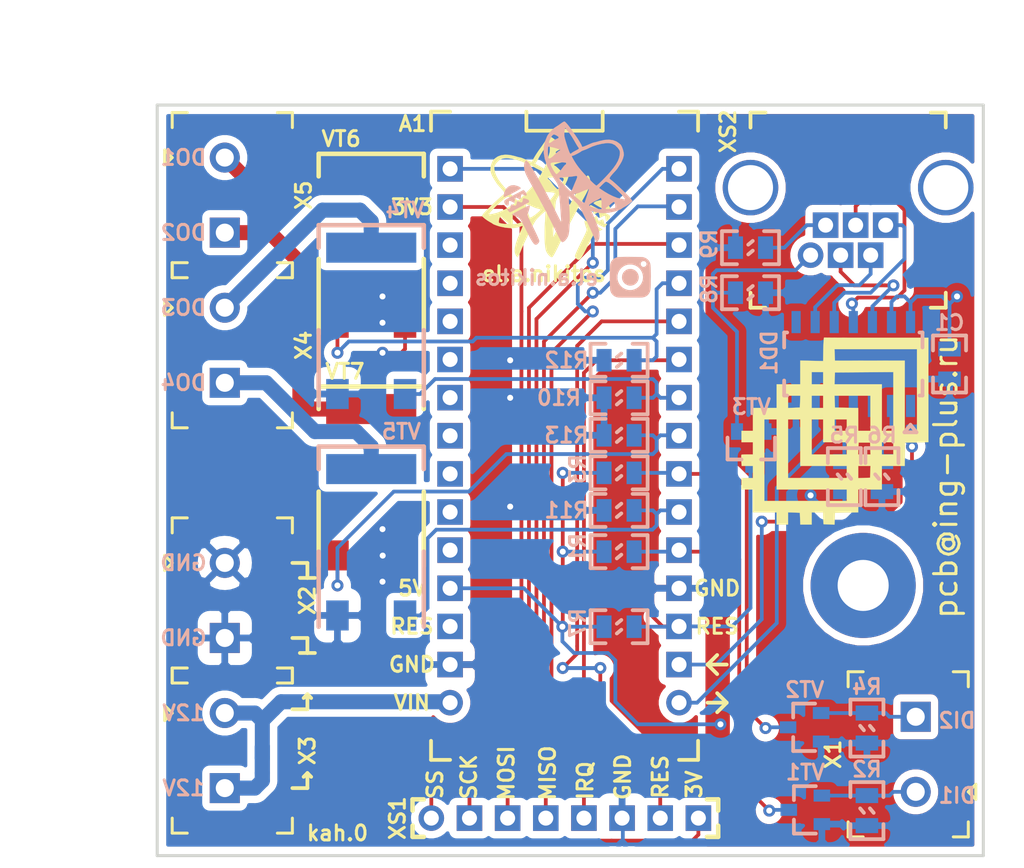
<source format=kicad_pcb>
(kicad_pcb (version 20171130) (host pcbnew "(5.1.2-1)-1")
  (layers (0 F.Cu signal) (31 B.Cu signal) (34 B.Paste user) (35 F.Paste user) (36 B.SilkS user) (37 F.SilkS user) (38 B.Mask user) (39 F.Mask user) (44 Edge.Cuts user))
  (net 0 "")
  (net 1 /TX)
  (net 2 /12V)
  (net 3 /RX)
  (net 4 /GND)
  (net 5 /RES)
  (net 6 "Net-(A1-Pad3)")
  (net 7 /5V)
  (net 8 /D2)
  (net 9 "Net-(A1-Pad5)")
  (net 10 /D3)
  (net 11 "Net-(A1-Pad6)")
  (net 12 /D4)
  (net 13 "Net-(A1-Pad7)")
  (net 14 /D5)
  (net 15 "Net-(A1-Pad8)")
  (net 16 /D6)
  (net 17 "Net-(A1-Pad9)")
  (net 18 /D7_IRQ)
  (net 19 "Net-(A1-Pad10)")
  (net 20 /D8_RES)
  (net 21 "Net-(A1-Pad11)")
  (net 22 /D9)
  (net 23 "Net-(A1-Pad12)")
  (net 24 /D10_SS)
  (net 25 "Net-(A1-Pad13)")
  (net 26 /D11_MOSI)
  (net 27 /3V3)
  (net 28 /D12_MISO)
  (net 29 /D13_SCK)
  (net 30 /RS_Z)
  (net 31 /RS_B)
  (net 32 /RS_A)
  (net 33 /DE)
  (net 34 /nRE)
  (net 35 "Net-(DD1-Pad1)")
  (net 36 /DI1)
  (net 37 /DI2)
  (net 38 /RS_RES)
  (net 39 /RS_GND)
  (net 40 /DOut_1)
  (net 41 /DOut_2)
  (net 42 /DOut_3)
  (net 43 /DOut_4)
  (net 44 /RS_Y)
  (net 45 "Net-(DD1-Pad8)")
  (module N_ICO:instagram_3x3 (layer B.Cu) (at 114.5 51.5 90)
    (fp_text reference G*** hide)
    (fp_text value LOGO hide)
  )
  (module N_ICO:ni_10x10 (layer B.Cu) (at 109.75 45.75 180)
    (fp_text reference G*** hide)
    (fp_text value LOGO hide)
  )
  (module N_A:Arduino_nano (layer F.Cu) (at 102.5 44.25)
    (fp_text reference A1 (at -2.5 -3) (layer F.SilkS) (effects (font (thickness 0.2))))
    (fp_text value модуль_arduino_nano)
    (fp_text user RES (at 17.78 30.48) (layer F.SilkS) (effects (font (thickness 0.2))))
    (fp_text user GND (at 17.78 27.94) (layer F.SilkS) (effects (font (thickness 0.2))))
    (fp_text user GND (at -2.54 33.02) (layer F.SilkS) (effects (font (thickness 0.2))))
    (fp_text user VIN (at -2.54 35.56) (layer F.SilkS) (effects (font (thickness 0.2))))
    (fp_text user RES (at -2.54 30.48) (layer F.SilkS) (effects (font (thickness 0.2))))
    (fp_text user 5V (at -2.54 27.94) (layer F.SilkS) (effects (font (thickness 0.2))))
    (fp_text user 3V3 (at -2.54 2.54) (layer F.SilkS) (effects (font (thickness 0.2))))
    (pad 16 thru_hole circle (at 15.24 35.56) (size 1.7 1.7) (drill 1) (layers *.Cu *.Mask) (net 1 /TX))
    (pad 1 thru_hole circle (at 0 35.56) (size 1.7 1.7) (drill 1) (layers *.Cu *.Mask) (net 2 /12V))
    (pad 17 thru_hole rect (at 15.24 33.02) (size 1.7 1.7) (drill 1) (layers *.Cu *.Mask) (net 3 /RX))
    (pad 2 thru_hole rect (at 0 33.02) (size 1.7 1.7) (drill 1) (layers *.Cu *.Mask) (net 4 /GND))
    (pad 18 thru_hole rect (at 15.24 30.48) (size 1.7 1.7) (drill 1) (layers *.Cu *.Mask) (net 5 /RES))
    (pad 3 thru_hole rect (at 0 30.48) (size 1.7 1.7) (drill 1) (layers *.Cu *.Mask) (net 6 "Net-(A1-Pad3)"))
    (pad 19 thru_hole rect (at 15.24 27.94) (size 1.7 1.7) (drill 1) (layers *.Cu *.Mask) (net 4 /GND))
    (pad 4 thru_hole rect (at 0 27.94) (size 1.7 1.7) (drill 1) (layers *.Cu *.Mask) (net 7 /5V))
    (pad 20 thru_hole rect (at 15.24 25.4) (size 1.7 1.7) (drill 1) (layers *.Cu *.Mask) (net 8 /D2))
    (pad 5 thru_hole rect (at 0 25.4) (size 1.7 1.7) (drill 1) (layers *.Cu *.Mask) (net 9 "Net-(A1-Pad5)"))
    (pad 21 thru_hole rect (at 15.24 22.86) (size 1.7 1.7) (drill 1) (layers *.Cu *.Mask) (net 10 /D3))
    (pad 6 thru_hole rect (at 0 22.86) (size 1.7 1.7) (drill 1) (layers *.Cu *.Mask) (net 11 "Net-(A1-Pad6)"))
    (pad 22 thru_hole rect (at 15.24 20.32) (size 1.7 1.7) (drill 1) (layers *.Cu *.Mask) (net 12 /D4))
    (pad 7 thru_hole rect (at 0 20.32) (size 1.7 1.7) (drill 1) (layers *.Cu *.Mask) (net 13 "Net-(A1-Pad7)"))
    (pad 23 thru_hole rect (at 15.24 17.78) (size 1.7 1.7) (drill 1) (layers *.Cu *.Mask) (net 14 /D5))
    (pad 8 thru_hole rect (at 0 17.78) (size 1.7 1.7) (drill 1) (layers *.Cu *.Mask) (net 15 "Net-(A1-Pad8)"))
    (pad 24 thru_hole rect (at 15.24 15.24) (size 1.7 1.7) (drill 1) (layers *.Cu *.Mask) (net 16 /D6))
    (pad 9 thru_hole rect (at 0 15.24) (size 1.7 1.7) (drill 1) (layers *.Cu *.Mask) (net 17 "Net-(A1-Pad9)"))
    (pad 25 thru_hole rect (at 15.24 12.7) (size 1.7 1.7) (drill 1) (layers *.Cu *.Mask) (net 18 /D7_IRQ))
    (pad 10 thru_hole rect (at 0 12.7) (size 1.7 1.7) (drill 1) (layers *.Cu *.Mask) (net 19 "Net-(A1-Pad10)"))
    (pad 26 thru_hole rect (at 15.24 10.16) (size 1.7 1.7) (drill 1) (layers *.Cu *.Mask) (net 20 /D8_RES))
    (pad 11 thru_hole rect (at 0 10.16) (size 1.7 1.7) (drill 1) (layers *.Cu *.Mask) (net 21 "Net-(A1-Pad11)"))
    (pad 27 thru_hole rect (at 15.24 7.62) (size 1.7 1.7) (drill 1) (layers *.Cu *.Mask) (net 22 /D9))
    (pad 12 thru_hole rect (at 0 7.62) (size 1.7 1.7) (drill 1) (layers *.Cu *.Mask) (net 23 "Net-(A1-Pad12)"))
    (pad 28 thru_hole rect (at 15.24 5.08) (size 1.7 1.7) (drill 1) (layers *.Cu *.Mask) (net 24 /D10_SS))
    (pad 13 thru_hole rect (at 0 5.08) (size 1.7 1.7) (drill 1) (layers *.Cu *.Mask) (net 25 "Net-(A1-Pad13)"))
    (pad 29 thru_hole rect (at 15.24 2.54) (size 1.7 1.7) (drill 1) (layers *.Cu *.Mask) (net 26 /D11_MOSI))
    (pad 14 thru_hole rect (at 0 2.54) (size 1.7 1.7) (drill 1) (layers *.Cu *.Mask) (net 27 /3V3))
    (pad 30 thru_hole rect (at 15.24 0) (size 1.7 1.7) (drill 1) (layers *.Cu *.Mask) (net 28 /D12_MISO))
    (pad 15 thru_hole rect (at 0 0) (size 1.7 1.7) (drill 1) (layers *.Cu *.Mask) (net 29 /D13_SCK))
  )
  (module N_X:Отверстие_М3 (layer F.Cu) (at 130 72)
    (fp_text reference M3 hide)
    (fp_text value Отверстие_М3)
    (pad "" thru_hole circle (at 0 0) (size 7 7) (drill 3.4) (layers *.Cu *.Paste *.Mask))
  )
  (module N_ICO:ing-plus_13x13 (layer F.Cu) (at 128.25 61.75)
    (fp_text reference G*** hide)
    (fp_text value LOGO hide)
  )
  (module N_ICO:ni_10x10 (layer F.Cu) (at 109.5 46.75)
    (fp_text reference G*** hide)
    (fp_text value LOGO hide)
  )
  (module N_X:Розетка_RJ11_6P6C (layer F.Cu) (at 126.5 50 180)
    (fp_text reference XS2 (at 5.5 8.25 270) (layer F.SilkS) (effects (font (thickness 0.2))))
    (fp_text value Розетка_PBS6)
    (pad 0 thru_hole circle (at -9 4.5 180) (size 3.7 3.7) (drill 3) (layers *.Cu *.Mask))
    (pad 0 thru_hole circle (at 4 4.5 180) (size 3.7 3.7) (drill 3) (layers *.Cu *.Mask))
    (pad 6 thru_hole rect (at -5 2 180) (size 1.7 1.7) (drill 1) (layers *.Cu *.Mask) (net 30 /RS_Z))
    (pad 4 thru_hole rect (at -3 2 180) (size 1.7 1.7) (drill 1) (layers *.Cu *.Mask) (net 31 /RS_B))
    (pad 2 thru_hole rect (at -1 2 180) (size 1.7 1.7) (drill 1) (layers *.Cu *.Mask) (net 39 /RS_GND))
    (pad 3 thru_hole rect (at -2 0 180) (size 1.7 1.7) (drill 1) (layers *.Cu *.Mask) (net 32 /RS_A))
    (pad 5 thru_hole rect (at -4 0 180) (size 1.7 1.7) (drill 1) (layers *.Cu *.Mask) (net 44 /RS_Y))
    (pad 1 thru_hole circle (at 0 0 180) (size 1.7 1.7) (drill 1) (layers *.Cu *.Mask) (net 38 /RS_RES))
  )
  (module N_X:Вилка_PLS8_вертикальная (layer F.Cu) (at 101.25 87.5)
    (fp_text reference XS1 (at -2.25 0 90) (layer F.SilkS) (effects (font (thickness 0.2))))
    (fp_text value Вилка_PLS8)
    (pad 8 thru_hole rect (at 17.78 0) (size 1.7 1.7) (drill 1) (layers *.Cu *.Mask) (net 27 /3V3))
    (pad 7 thru_hole rect (at 15.24 0) (size 1.7 1.7) (drill 1) (layers *.Cu *.Mask) (net 20 /D8_RES))
    (pad 6 thru_hole rect (at 12.7 0) (size 1.7 1.7) (drill 1) (layers *.Cu *.Mask) (net 4 /GND))
    (pad 5 thru_hole rect (at 10.16 0) (size 1.7 1.7) (drill 1) (layers *.Cu *.Mask) (net 18 /D7_IRQ))
    (pad 4 thru_hole rect (at 7.62 0) (size 1.7 1.7) (drill 1) (layers *.Cu *.Mask) (net 28 /D12_MISO))
    (pad 3 thru_hole rect (at 5.08 0) (size 1.7 1.7) (drill 1) (layers *.Cu *.Mask) (net 26 /D11_MOSI))
    (pad 2 thru_hole rect (at 2.54 0) (size 1.7 1.7) (drill 1) (layers *.Cu *.Mask) (net 29 /D13_SCK))
    (pad 1 thru_hole circle (at 0 0) (size 1.7 1.7) (drill 1) (layers *.Cu *.Mask) (net 24 /D10_SS))
  )
  (module N_X:Клеммник_х2_шаг5 (layer F.Cu) (at 87.5 43.5 270)
    (fp_text reference X5 (at 2.5 -5.25 90) (layer F.SilkS) (effects (font (thickness 0.2))))
    (fp_text value Клеммник_х2)
    (pad 2 thru_hole rect (at 5 0 270) (size 2 2) (drill 1.2) (layers *.Cu *.Mask) (net 41 /DOut_2))
    (pad 1 thru_hole circle (at 0 0 270) (size 2 2) (drill 1.2) (layers *.Cu *.Mask) (net 40 /DOut_1))
  )
  (module N_X:Клеммник_х2_шаг5 (layer F.Cu) (at 87.5 53.5 270)
    (fp_text reference X4 (at 2.5 -5.25 90) (layer F.SilkS) (effects (font (thickness 0.2))))
    (fp_text value Клеммник_х2)
    (pad 2 thru_hole rect (at 5 0 270) (size 2 2) (drill 1.2) (layers *.Cu *.Mask) (net 43 /DOut_4))
    (pad 1 thru_hole circle (at 0 0 270) (size 2 2) (drill 1.2) (layers *.Cu *.Mask) (net 42 /DOut_3))
  )
  (module N_X:Клеммник_х2_шаг5 (layer F.Cu) (at 87.5 80.5 270)
    (fp_text reference X3 (at 2.5 -5.5 90) (layer F.SilkS) (effects (font (thickness 0.2))))
    (fp_text value Клеммник_х2)
    (pad 2 thru_hole rect (at 5 0 270) (size 2 2) (drill 1.2) (layers *.Cu *.Mask) (net 2 /12V))
    (pad 1 thru_hole circle (at 0 0 270) (size 2 2) (drill 1.2) (layers *.Cu *.Mask) (net 2 /12V))
  )
  (module N_X:Клеммник_х2_шаг5 (layer F.Cu) (at 87.5 70.5 270)
    (fp_text reference X2 (at 2.5 -5.5 90) (layer F.SilkS) (effects (font (thickness 0.2))))
    (fp_text value Клеммник_х2)
    (pad 2 thru_hole rect (at 5 0 270) (size 2 2) (drill 1.2) (layers *.Cu *.Mask) (net 4 /GND))
    (pad 1 thru_hole circle (at 0 0 270) (size 2 2) (drill 1.2) (layers *.Cu *.Mask) (net 4 /GND))
  )
  (module N_X:Клеммник_х2_шаг5 (layer F.Cu) (at 133.5 85.75 90)
    (fp_text reference X1 (at 2.5 -5.5 90) (layer F.SilkS) (effects (font (thickness 0.2))))
    (fp_text value Клеммник_х2)
    (pad 2 thru_hole rect (at 5 0 90) (size 2 2) (drill 1.2) (layers *.Cu *.Mask) (net 37 /DI2))
    (pad 1 thru_hole circle (at 0 0 90) (size 2 2) (drill 1.2) (layers *.Cu *.Mask) (net 36 /DI1))
  )
  (module N_VD_HL:Транзистор_N-канал_dpak (layer F.Cu) (at 97.25 66.25)
    (fp_text reference VT7 (at -1.75 -8.5) (layer F.SilkS) (effects (font (thickness 0.2))))
    (fp_text value N-канал_IRLR120NTRPBF)
    (pad 2 smd rect (at 0 -6) (size 6 2) (layers F.Cu F.Paste F.Mask) (net 41 /DOut_2) (clearance 0.2))
    (pad 1 smd rect (at -2.25 3.75) (size 1.5 2) (layers F.Cu F.Paste F.Mask) (net 14 /D5) (clearance 0.2))
    (pad 3 smd rect (at 2.25 3.75) (size 1.5 2) (layers F.Cu F.Paste F.Mask) (net 4 /GND) (clearance 0.2))
  )
  (module N_VD_HL:Транзистор_N-канал_dpak (layer F.Cu) (at 97.25 50.75)
    (fp_text reference VT6 (at -2 -8.5) (layer F.SilkS) (effects (font (thickness 0.2))))
    (fp_text value N-канал_IRLR120NTRPBF)
    (pad 2 smd rect (at 0 -6) (size 6 2) (layers F.Cu F.Paste F.Mask) (net 40 /DOut_1) (clearance 0.2))
    (pad 1 smd rect (at -2.25 3.75) (size 1.5 2) (layers F.Cu F.Paste F.Mask) (net 22 /D9) (clearance 0.2))
    (pad 3 smd rect (at 2.25 3.75) (size 1.5 2) (layers F.Cu F.Paste F.Mask) (net 4 /GND) (clearance 0.2))
  )
  (module N_VD_HL:Транзистор_N-канал_dpak (layer B.Cu) (at 97.25 70.25 180)
    (fp_text reference VT5 (at -2 8.5) (layer B.SilkS) (effects (font (thickness 0.2)) (justify mirror)))
    (fp_text value N-канал_IRLR120NTRPBF)
    (pad 2 smd rect (at 0 6 180) (size 6 2) (layers B.Cu B.Paste B.Mask) (net 43 /DOut_4) (clearance 0.2))
    (pad 1 smd rect (at -2.25 -3.75 180) (size 1.5 2) (layers B.Cu B.Paste B.Mask) (net 10 /D3) (clearance 0.2))
    (pad 3 smd rect (at 2.25 -3.75 180) (size 1.5 2) (layers B.Cu B.Paste B.Mask) (net 4 /GND) (clearance 0.2))
  )
  (module N_VD_HL:Транзистор_N-канал_dpak (layer B.Cu) (at 97.25 55.5 180)
    (fp_text reference VT4 (at -2.25 8.5 180) (layer B.SilkS) (effects (font (thickness 0.2)) (justify mirror)))
    (fp_text value N-канал_IRLR120NTRPBF)
    (pad 2 smd rect (at 0 6 180) (size 6 2) (layers B.Cu B.Paste B.Mask) (net 42 /DOut_3) (clearance 0.2))
    (pad 1 smd rect (at -2.25 -3.75 180) (size 1.5 2) (layers B.Cu B.Paste B.Mask) (net 16 /D6) (clearance 0.2))
    (pad 3 smd rect (at 2.25 -3.75 180) (size 1.5 2) (layers B.Cu B.Paste B.Mask) (net 4 /GND) (clearance 0.2))
  )
  (module N_VD_HL:Транзистор_IRLML6344TR_SOT-23 (layer B.Cu) (at 122.55 62.85 270)
    (fp_text reference VT3 (at -2.75 0 180) (layer B.SilkS) (effects (font (thickness 0.2)) (justify mirror)))
    (fp_text value N-канал_IRLML6344TR)
    (pad 3 smd rect (at 1.1 0 270) (size 1.1 0.8) (layers B.Cu B.Paste B.Mask) (net 5 /RES))
    (pad 2 smd rect (at -1.1 -0.95 270) (size 1.1 0.8) (layers B.Cu B.Paste B.Mask) (net 4 /GND))
    (pad 1 smd rect (at -1.1 0.95 270) (size 1.1 0.8) (layers B.Cu B.Paste B.Mask) (net 38 /RS_RES))
  )
  (module N_VD_HL:Транзистор_IRLML6344TR_SOT-23 (layer B.Cu) (at 126.1 81.45 180)
    (fp_text reference VT2 (at 0 2.5) (layer B.SilkS) (effects (font (thickness 0.2)) (justify mirror)))
    (fp_text value N-канал_IRLML6344TR)
    (pad 3 smd rect (at 1.1 0 180) (size 1.1 0.8) (layers B.Cu B.Paste B.Mask) (net 12 /D4))
    (pad 2 smd rect (at -1.1 -0.95 180) (size 1.1 0.8) (layers B.Cu B.Paste B.Mask) (net 4 /GND))
    (pad 1 smd rect (at -1.1 0.95 180) (size 1.1 0.8) (layers B.Cu B.Paste B.Mask) (net 37 /DI2))
  )
  (module N_VD_HL:Транзистор_IRLML6344TR_SOT-23 (layer B.Cu) (at 126.15 86.95 180)
    (fp_text reference VT1 (at 0 2.5) (layer B.SilkS) (effects (font (thickness 0.2)) (justify mirror)))
    (fp_text value N-канал_IRLML6344TR)
    (pad 3 smd rect (at 1.1 0 180) (size 1.1 0.8) (layers B.Cu B.Paste B.Mask) (net 8 /D2))
    (pad 2 smd rect (at -1.1 -0.95 180) (size 1.1 0.8) (layers B.Cu B.Paste B.Mask) (net 4 /GND))
    (pad 1 smd rect (at -1.1 0.95 180) (size 1.1 0.8) (layers B.Cu B.Paste B.Mask) (net 36 /DI1))
  )
  (module N_RLC:Резистор_SMD_0805_0,125Вт (layer B.Cu) (at 112.75 62)
    (fp_text reference R13 (at -2.5 0) (layer B.SilkS) (effects (font (thickness 0.2)) (justify mirror)))
    (fp_text value 20k_0805 hide)
    (pad 1 smd rect (at 0 0) (size 1 1.5) (layers B.Cu B.Paste B.Mask) (net 4 /GND) (clearance 0.2))
    (pad 2 smd rect (at 2 0) (size 1 1.5) (layers B.Cu B.Paste B.Mask) (net 14 /D5) (clearance 0.2))
  )
  (module N_RLC:Резистор_SMD_0805_0,125Вт (layer B.Cu) (at 112.75 57)
    (fp_text reference R12 (at -2.5 0 180) (layer B.SilkS) (effects (font (thickness 0.2)) (justify mirror)))
    (fp_text value 20k_0805 hide)
    (pad 1 smd rect (at 0 0) (size 1 1.5) (layers B.Cu B.Paste B.Mask) (net 4 /GND) (clearance 0.2))
    (pad 2 smd rect (at 2 0) (size 1 1.5) (layers B.Cu B.Paste B.Mask) (net 22 /D9) (clearance 0.2))
  )
  (module N_RLC:Резистор_SMD_0805_0,125Вт (layer B.Cu) (at 112.75 67)
    (fp_text reference R11 (at -2.5 0) (layer B.SilkS) (effects (font (thickness 0.2)) (justify mirror)))
    (fp_text value 20k_0805 hide)
    (pad 1 smd rect (at 0 0) (size 1 1.5) (layers B.Cu B.Paste B.Mask) (net 4 /GND) (clearance 0.2))
    (pad 2 smd rect (at 2 0) (size 1 1.5) (layers B.Cu B.Paste B.Mask) (net 10 /D3) (clearance 0.2))
  )
  (module N_RLC:Резистор_SMD_0805_0,125Вт (layer B.Cu) (at 112.75 59.5)
    (fp_text reference R10 (at -3 0) (layer B.SilkS) (effects (font (thickness 0.2)) (justify mirror)))
    (fp_text value 20k_0805 hide)
    (pad 1 smd rect (at 0 0) (size 1 1.5) (layers B.Cu B.Paste B.Mask) (net 4 /GND) (clearance 0.2))
    (pad 2 smd rect (at 2 0) (size 1 1.5) (layers B.Cu B.Paste B.Mask) (net 16 /D6) (clearance 0.2))
  )
  (module N_RLC:Резистор_SMD_0805_0,125Вт (layer B.Cu) (at 121.499999 49.5)
    (fp_text reference R9 (at -1.749999 -0.25 90) (layer B.SilkS) (effects (font (thickness 0.2)) (justify mirror)))
    (fp_text value 1k_0805 hide)
    (pad 1 smd rect (at 0 0) (size 1 1.5) (layers B.Cu B.Paste B.Mask) (net 4 /GND) (clearance 0.2))
    (pad 2 smd rect (at 2 0) (size 1 1.5) (layers B.Cu B.Paste B.Mask) (net 39 /RS_GND) (clearance 0.2))
  )
  (module N_RLC:Резистор_SMD_0805_0,125Вт (layer B.Cu) (at 123.5 52.5 180)
    (fp_text reference R8 (at 3.75 0.25 90) (layer B.SilkS) (effects (font (thickness 0.2)) (justify mirror)))
    (fp_text value 20k_0805 hide)
    (pad 1 smd rect (at 0 0 180) (size 1 1.5) (layers B.Cu B.Paste B.Mask) (net 4 /GND) (clearance 0.2))
    (pad 2 smd rect (at 2 0 180) (size 1 1.5) (layers B.Cu B.Paste B.Mask) (net 38 /RS_RES) (clearance 0.2))
  )
  (module N_RLC:Резистор_SMD_0805_0,125Вт (layer B.Cu) (at 114.75 74.75 180)
    (fp_text reference R7 (at 3.75 0.25 270) (layer B.SilkS) (effects (font (thickness 0.2)) (justify mirror)))
    (fp_text value 20k_0805 hide)
    (pad 1 smd rect (at 0 0 180) (size 1 1.5) (layers B.Cu B.Paste B.Mask) (net 5 /RES) (clearance 0.2))
    (pad 2 smd rect (at 2 0 180) (size 1 1.5) (layers B.Cu B.Paste B.Mask) (net 7 /5V) (clearance 0.2))
  )
  (module N_RLC:Резистор_SMD_0805_0,125Вт (layer B.Cu) (at 131.25 65.75 90)
    (fp_text reference R6 (at 3.75 0 180) (layer B.SilkS) (effects (font (thickness 0.2)) (justify mirror)))
    (fp_text value 20k_0805 hide)
    (pad 1 smd rect (at 0 0 90) (size 1 1.5) (layers B.Cu B.Paste B.Mask) (net 4 /GND) (clearance 0.2))
    (pad 2 smd rect (at 2 0 90) (size 1 1.5) (layers B.Cu B.Paste B.Mask) (net 34 /nRE) (clearance 0.2))
  )
  (module N_RLC:Резистор_SMD_0805_0,125Вт (layer B.Cu) (at 128.75 65.75 90)
    (fp_text reference R5 (at 3.75 0 180) (layer B.SilkS) (effects (font (thickness 0.2)) (justify mirror)))
    (fp_text value 20k_0805 hide)
    (pad 1 smd rect (at 0 0 90) (size 1 1.5) (layers B.Cu B.Paste B.Mask) (net 7 /5V) (clearance 0.2))
    (pad 2 smd rect (at 2 0 90) (size 1 1.5) (layers B.Cu B.Paste B.Mask) (net 33 /DE) (clearance 0.2))
  )
  (module N_RLC:Резистор_SMD_0805_0,125Вт (layer B.Cu) (at 130.25 80.5 270)
    (fp_text reference R4 (at -1.749999 0 180) (layer B.SilkS) (effects (font (thickness 0.2)) (justify mirror)))
    (fp_text value 20k_0805 hide)
    (pad 1 smd rect (at 0 0 270) (size 1 1.5) (layers B.Cu B.Paste B.Mask) (net 37 /DI2) (clearance 0.2))
    (pad 2 smd rect (at 2 0 270) (size 1 1.5) (layers B.Cu B.Paste B.Mask) (net 4 /GND) (clearance 0.2))
  )
  (module N_RLC:Резистор_SMD_0805_0,125Вт (layer B.Cu) (at 112.75 64.5)
    (fp_text reference R3 (at -1.75 -0.25 90) (layer B.SilkS) (effects (font (thickness 0.2)) (justify mirror)))
    (fp_text value 20k_0805 hide)
    (pad 1 smd rect (at 0 0) (size 1 1.5) (layers B.Cu B.Paste B.Mask) (net 7 /5V) (clearance 0.2))
    (pad 2 smd rect (at 2 0) (size 1 1.5) (layers B.Cu B.Paste B.Mask) (net 12 /D4) (clearance 0.2))
  )
  (module N_RLC:Резистор_SMD_0805_0,125Вт (layer B.Cu) (at 130.25 86 270)
    (fp_text reference R2 (at -1.749999 0 180) (layer B.SilkS) (effects (font (thickness 0.2)) (justify mirror)))
    (fp_text value 20k_0805 hide)
    (pad 1 smd rect (at 0 0 270) (size 1 1.5) (layers B.Cu B.Paste B.Mask) (net 36 /DI1) (clearance 0.2))
    (pad 2 smd rect (at 2 0 270) (size 1 1.5) (layers B.Cu B.Paste B.Mask) (net 4 /GND) (clearance 0.2))
  )
  (module N_RLC:Резистор_SMD_0805_0,125Вт (layer B.Cu) (at 112.75 69.75)
    (fp_text reference R1 (at -1.75 -0.25 90) (layer B.SilkS) (effects (font (thickness 0.2)) (justify mirror)))
    (fp_text value 20k_0805 hide)
    (pad 1 smd rect (at 0 0) (size 1 1.5) (layers B.Cu B.Paste B.Mask) (net 7 /5V) (clearance 0.2))
    (pad 2 smd rect (at 2 0) (size 1 1.5) (layers B.Cu B.Paste B.Mask) (net 8 /D2) (clearance 0.2))
  )
  (module N_DD:SO-14 (layer B.Cu) (at 131.25 57.25 180)
    (fp_text reference DD1 (at 7.5 0.75 270) (layer B.SilkS) (effects (font (thickness 0.2)) (justify mirror)))
    (fp_text value "SN75ALS180D_(UART-RS422)")
    (pad 8 smd rect (at 5.715 2.794 180) (size 0.6096 1.4732) (layers B.Cu B.Paste B.Mask) (net 45 "Net-(DD1-Pad8)"))
    (pad 7 smd rect (at 5.715 -2.794 180) (size 0.6096 1.4732) (layers B.Cu B.Paste B.Mask) (net 4 /GND))
    (pad 9 smd rect (at 4.445 2.794 180) (size 0.6096 1.4732) (layers B.Cu B.Paste B.Mask) (net 44 /RS_Y))
    (pad 10 smd rect (at 3.175 2.794 180) (size 0.6096 1.4732) (layers B.Cu B.Paste B.Mask) (net 30 /RS_Z))
    (pad 6 smd rect (at 4.445 -2.794 180) (size 0.6096 1.4732) (layers B.Cu B.Paste B.Mask) (net 4 /GND))
    (pad 5 smd rect (at 3.175 -2.794 180) (size 0.6096 1.4732) (layers B.Cu B.Paste B.Mask) (net 1 /TX))
    (pad 14 smd rect (at -1.905 2.794 180) (size 0.6096 1.4732) (layers B.Cu B.Paste B.Mask) (net 7 /5V))
    (pad 13 smd rect (at -0.635 2.794 180) (size 0.6096 1.4732) (layers B.Cu B.Paste B.Mask) (net 7 /5V))
    (pad 12 smd rect (at 0.635 2.794 180) (size 0.6096 1.4732) (layers B.Cu B.Paste B.Mask) (net 32 /RS_A))
    (pad 11 smd rect (at 1.905 2.794 180) (size 0.6096 1.4732) (layers B.Cu B.Paste B.Mask) (net 31 /RS_B))
    (pad 4 smd rect (at 1.905 -2.794 180) (size 0.6096 1.4732) (layers B.Cu B.Paste B.Mask) (net 33 /DE))
    (pad 3 smd rect (at 0.635 -2.794 180) (size 0.6096 1.4732) (layers B.Cu B.Paste B.Mask) (net 34 /nRE))
    (pad 2 smd rect (at -0.635 -2.794 180) (size 0.6096 1.4732) (layers B.Cu B.Paste B.Mask) (net 3 /RX))
    (pad 1 smd rect (at -1.905 -2.794 180) (size 0.6096 1.4732) (layers B.Cu B.Paste B.Mask) (net 35 "Net-(DD1-Pad1)"))
  )
  (module N_RLC:Конденсатор_SMD_0805 (layer B.Cu) (at 135.75 58.25 90)
    (fp_text reference C1 (at 3.75 0 180) (layer B.SilkS) (effects (font (thickness 0.2)) (justify mirror)))
    (fp_text value "10мкФ_16В(0805)" hide)
    (pad 1 smd rect (at 0 0 90) (size 1 1.5) (layers B.Cu B.Paste B.Mask) (net 4 /GND) (clearance 0.2))
    (pad 2 smd rect (at 2 0 90) (size 1 1.5) (layers B.Cu B.Paste B.Mask) (net 7 /5V) (clearance 0.2))
  )
  (gr_text kah.0 (at 95 88.5) (layer F.SilkS) (effects (font (size 1 1) (thickness 0.2))))
  (gr_text SS (at 101.5 85.25 90) (layer F.SilkS) (effects (font (size 1 1) (thickness 0.2))))
  (gr_text SCK (at 103.75 84.75 90) (layer F.SilkS) (effects (font (size 1 1) (thickness 0.2))))
  (gr_text 3V (at 118.75 85.25 90) (layer F.SilkS) (effects (font (size 1 1) (thickness 0.2))))
  (gr_text GND (at 114 84.75 90) (layer F.SilkS) (effects (font (size 1 1) (thickness 0.2))))
  (gr_text RES (at 116.5 84.75 90) (layer F.SilkS) (effects (font (size 1 1) (thickness 0.2))))
  (gr_text IRQ (at 111.5 85 90) (layer F.SilkS) (effects (font (size 1 1) (thickness 0.2))))
  (gr_text MISO (at 109 84.5 90) (layer F.SilkS) (effects (font (size 1 1) (thickness 0.2))))
  (gr_text MOSI (at 106.25 84.5 90) (layer F.SilkS) (effects (font (size 1 1) (thickness 0.2))))
  (gr_line (start 93 76.5) (end 93.5 76.5) (layer F.SilkS) (width 0.25))
  (gr_line (start 93 76.5) (end 92.5 76.5) (layer F.SilkS) (width 0.25))
  (gr_line (start 93 75.5) (end 93 76.5) (layer F.SilkS) (width 0.25))
  (gr_line (start 92 75.5) (end 93 75.5) (layer F.SilkS) (width 0.25))
  (gr_line (start 93 71.5) (end 93.5 71.5) (layer F.SilkS) (width 0.25))
  (gr_line (start 93 71.5) (end 92.5 71.5) (layer F.SilkS) (width 0.25))
  (gr_line (start 93 70.5) (end 93 71.5) (layer F.SilkS) (width 0.25))
  (gr_line (start 92 70.5) (end 93 70.5) (layer F.SilkS) (width 0.25))
  (gr_line (start 93 84.5) (end 93.25 84.75) (layer F.SilkS) (width 0.25))
  (gr_line (start 93 84.5) (end 92.75 84.75) (layer F.SilkS) (width 0.25))
  (gr_line (start 93 85.5) (end 93 84.5) (layer F.SilkS) (width 0.25))
  (gr_line (start 92 85.5) (end 93 85.5) (layer F.SilkS) (width 0.25))
  (gr_line (start 93 79.25) (end 93.25 79.5) (layer F.SilkS) (width 0.25))
  (gr_line (start 93 79.25) (end 92.75 79.5) (layer F.SilkS) (width 0.25))
  (gr_line (start 93 80.25) (end 93 79.25) (layer F.SilkS) (width 0.25))
  (gr_line (start 92 80.25) (end 93 80.25) (layer F.SilkS) (width 0.25))
  (gr_text DO4 (at 84.75 58.5) (layer B.SilkS) (effects (font (size 1 1) (thickness 0.2)) (justify mirror)))
  (gr_text DO3 (at 84.75 53.5) (layer B.SilkS) (effects (font (size 1 1) (thickness 0.2)) (justify mirror)))
  (gr_text DO2 (at 84.75 48.5) (layer B.SilkS) (effects (font (size 1 1) (thickness 0.2)) (justify mirror)))
  (gr_text DO1 (at 84.75 43.5) (layer B.SilkS) (effects (font (size 1 1) (thickness 0.2)) (justify mirror)))
  (gr_text GND (at 84.75 70.5) (layer B.SilkS) (effects (font (size 1 1) (thickness 0.2)) (justify mirror)))
  (gr_text GND (at 84.75 75.5) (layer B.SilkS) (effects (font (size 1 1) (thickness 0.2)) (justify mirror)))
  (gr_text 12V (at 84.75 85.5) (layer B.SilkS) (effects (font (size 1 1) (thickness 0.2)) (justify mirror)))
  (gr_text 12V (at 84.75 80.5) (layer B.SilkS) (effects (font (size 1 1) (thickness 0.2)) (justify mirror)))
  (gr_text el.a.nikitos (at 108.25 51.5) (layer B.SilkS) (effects (font (size 1 1) (thickness 0.2)) (justify mirror)))
  (gr_text pcb@ing-plus.ru (at 135.5 64.75 90) (layer F.SilkS) (effects (font (size 1.5 1.5) (thickness 0.2))))
  (gr_line (start 138 40) (end 83 40) (layer Edge.Cuts) (width 0.2))
  (gr_line (start 83 40) (end 83 90) (layer Edge.Cuts) (width 0.2))
  (gr_line (start 138 90) (end 83 90) (layer Edge.Cuts) (width 0.2))
  (gr_text DI1 (at 136.25 86) (layer B.SilkS) (effects (font (size 1 1) (thickness 0.2)) (justify mirror)))
  (gr_text DI2 (at 136.25 81) (layer B.SilkS) (effects (font (size 1 1) (thickness 0.2)) (justify mirror)))
  (gr_line (start 138 40) (end 138 90) (layer Edge.Cuts) (width 0.2))
  (gr_text el.a.nikitos (at 108.75 51.25) (layer F.SilkS) (effects (font (size 1 1) (thickness 0.2))))
  (segment (start 118.942081 79.81) (end 124.25 74.502081) (width 0.25) (layer B.Cu) (net 1))
  (segment (start 117.74 79.81) (end 118.942081 79.81) (width 0.25) (layer B.Cu) (net 1))
  (segment (start 128.075 61.675) (end 128.075 60.044) (width 0.25) (layer B.Cu) (net 1))
  (segment (start 124.25 67) (end 124.25 65.5) (width 0.25) (layer B.Cu) (net 1))
  (segment (start 124.25 74.502081) (end 124.25 67) (width 0.25) (layer B.Cu) (net 1))
  (segment (start 124.25 65.5) (end 128.075 61.675) (width 0.25) (layer B.Cu) (net 1))
  (segment (start 90 82.75) (end 90 84.5) (width 1) (layer B.Cu) (net 2))
  (segment (start 90 85) (end 89.5 85.5) (width 1) (layer B.Cu) (net 2))
  (segment (start 90 84.5) (end 90 85) (width 1) (layer B.Cu) (net 2))
  (segment (start 89.5 85.5) (end 87.5 85.5) (width 1) (layer B.Cu) (net 2))
  (segment (start 90 83.5) (end 90 81) (width 1) (layer B.Cu) (net 2))
  (segment (start 90 82.75) (end 90 83.5) (width 1) (layer B.Cu) (net 2))
  (segment (start 90 83.5) (end 90 85) (width 1) (layer B.Cu) (net 2))
  (segment (start 90 81) (end 89.5 80.5) (width 1) (layer B.Cu) (net 2))
  (segment (start 89.5 80.5) (end 87.5 80.5) (width 1) (layer B.Cu) (net 2))
  (segment (start 90 81) (end 90.75 80.25) (width 1) (layer B.Cu) (net 2))
  (segment (start 90.75 80.25) (end 91.25 79.75) (width 1) (layer B.Cu) (net 2))
  (segment (start 91.25 79.75) (end 102.5 79.75) (width 1) (layer B.Cu) (net 2))
  (via (at 133.25 62.75) (size 0.8) (drill 0.4) (layers F.Cu B.Cu) (net 3))
  (segment (start 131.885 61.385) (end 133.25 62.75) (width 0.25) (layer B.Cu) (net 3))
  (segment (start 131.885 60.044) (end 131.885 61.385) (width 0.25) (layer B.Cu) (net 3))
  (segment (start 117.74 77.27) (end 120.23 77.27) (width 0.25) (layer B.Cu) (net 3))
  (segment (start 123.25 74.25) (end 123.25 67.75) (width 0.25) (layer B.Cu) (net 3))
  (via (at 123.25 67.75) (size 0.8) (drill 0.4) (layers F.Cu B.Cu) (net 3))
  (segment (start 120.23 77.27) (end 123.25 74.25) (width 0.25) (layer B.Cu) (net 3))
  (segment (start 123.25 67.75) (end 132.25 67.75) (width 0.25) (layer F.Cu) (net 3))
  (segment (start 133.25 66.75) (end 133.25 62.75) (width 0.25) (layer F.Cu) (net 3))
  (segment (start 132.25 67.75) (end 133.25 66.75) (width 0.25) (layer F.Cu) (net 3))
  (via (at 98.012653 70.012653) (size 0.8) (drill 0.4) (layers F.Cu B.Cu) (net 4))
  (segment (start 98.025306 70) (end 98.012653 70.012653) (width 0.25) (layer F.Cu) (net 4))
  (segment (start 99.5 70) (end 98.025306 70) (width 0.25) (layer F.Cu) (net 4))
  (segment (start 99.5 70) (end 99.5 68.5) (width 0.25) (layer F.Cu) (net 4))
  (via (at 98 68.25) (size 0.8) (drill 0.4) (layers F.Cu B.Cu) (net 4))
  (segment (start 99.25 68.25) (end 98 68.25) (width 0.25) (layer F.Cu) (net 4))
  (segment (start 99.5 68.5) (end 99.25 68.25) (width 0.25) (layer F.Cu) (net 4))
  (segment (start 99.5 70) (end 99.5 71.5) (width 0.25) (layer F.Cu) (net 4))
  (segment (start 99.25 71.75) (end 98 71.75) (width 0.25) (layer F.Cu) (net 4))
  (via (at 98 71.75) (size 0.8) (drill 0.4) (layers F.Cu B.Cu) (net 4))
  (segment (start 99.5 71.5) (end 99.25 71.75) (width 0.25) (layer F.Cu) (net 4))
  (via (at 98 54.5) (size 0.8) (drill 0.4) (layers F.Cu B.Cu) (net 4))
  (segment (start 99.5 54.5) (end 98 54.5) (width 0.25) (layer F.Cu) (net 4))
  (segment (start 99.5 54.5) (end 99.5 53) (width 0.25) (layer F.Cu) (net 4))
  (via (at 98 52.75) (size 0.8) (drill 0.4) (layers F.Cu B.Cu) (net 4))
  (segment (start 99.25 52.75) (end 98 52.75) (width 0.25) (layer F.Cu) (net 4))
  (segment (start 99.5 53) (end 99.25 52.75) (width 0.25) (layer F.Cu) (net 4))
  (via (at 98 56.5) (size 0.8) (drill 0.4) (layers F.Cu B.Cu) (net 4))
  (segment (start 99 56.5) (end 98 56.5) (width 0.25) (layer F.Cu) (net 4))
  (segment (start 99.5 54.5) (end 99.5 56.25) (width 0.25) (layer F.Cu) (net 4))
  (segment (start 99.25 56.5) (end 99 56.5) (width 0.25) (layer F.Cu) (net 4))
  (segment (start 99.5 56.25) (end 99.25 56.5) (width 0.25) (layer F.Cu) (net 4))
  (via (at 106.5 57) (size 0.8) (drill 0.4) (layers F.Cu B.Cu) (net 4))
  (segment (start 112.75 57) (end 106.5 57) (width 0.25) (layer B.Cu) (net 4))
  (via (at 106.5 59.5) (size 0.8) (drill 0.4) (layers F.Cu B.Cu) (net 4))
  (segment (start 112.75 59.5) (end 106.5 59.5) (width 0.25) (layer B.Cu) (net 4))
  (via (at 106.5 66.75) (size 0.8) (drill 0.4) (layers F.Cu B.Cu) (net 4))
  (segment (start 106.75 67) (end 106.5 66.75) (width 0.25) (layer B.Cu) (net 4))
  (segment (start 112.75 67) (end 106.75 67) (width 0.25) (layer B.Cu) (net 4))
  (segment (start 113 89.25) (end 113.75 89.25) (width 0.25) (layer B.Cu) (net 4))
  (segment (start 113 89.25) (end 111.75 89.25) (width 0.25) (layer B.Cu) (net 4))
  (segment (start 113.75 89.25) (end 114 89) (width 0.25) (layer B.Cu) (net 4))
  (segment (start 114 89) (end 114 87.5) (width 0.25) (layer B.Cu) (net 4))
  (segment (start 114 89) (end 114.25 89.25) (width 0.25) (layer B.Cu) (net 4))
  (segment (start 114.25 89.25) (end 116.5 89.25) (width 0.25) (layer B.Cu) (net 4))
  (segment (start 111.75 89.25) (end 111.25 89.25) (width 0.25) (layer B.Cu) (net 4))
  (segment (start 117.74 74.73) (end 121.27 74.73) (width 0.25) (layer B.Cu) (net 5))
  (segment (start 121.27 74.73) (end 122.5 73.5) (width 0.25) (layer B.Cu) (net 5))
  (segment (start 122.5 73.5) (end 122.5 64) (width 0.25) (layer B.Cu) (net 5))
  (segment (start 114.75 74.75) (end 117.75 74.75) (width 0.25) (layer B.Cu) (net 5))
  (segment (start 116.64 74.73) (end 116 74.09) (width 0.25) (layer F.Cu) (net 5))
  (segment (start 117.74 74.73) (end 116.64 74.73) (width 0.25) (layer F.Cu) (net 5))
  (segment (start 131.885 54.456) (end 131.885 53.115) (width 0.25) (layer B.Cu) (net 7))
  (segment (start 131.885 53.115) (end 132.25 52.75) (width 0.25) (layer B.Cu) (net 7))
  (segment (start 133.155 53.155) (end 132.75 52.75) (width 0.25) (layer B.Cu) (net 7))
  (segment (start 133.155 54.456) (end 133.155 53.155) (width 0.25) (layer B.Cu) (net 7))
  (segment (start 132.25 52.75) (end 132.75 52.75) (width 0.25) (layer B.Cu) (net 7))
  (segment (start 133.56 52.75) (end 133.155 53.155) (width 0.25) (layer B.Cu) (net 7))
  (segment (start 135.25 52.75) (end 133.56 52.75) (width 0.25) (layer B.Cu) (net 7))
  (segment (start 135.75 53.25) (end 135.25 52.75) (width 0.25) (layer B.Cu) (net 7))
  (segment (start 135.75 56.25) (end 135.75 53.25) (width 0.25) (layer B.Cu) (net 7))
  (via (at 110 64.5) (size 0.8) (drill 0.4) (layers F.Cu B.Cu) (net 7))
  (segment (start 112.75 64.5) (end 110 64.5) (width 0.25) (layer B.Cu) (net 7))
  (via (at 110 69.75) (size 0.8) (drill 0.4) (layers F.Cu B.Cu) (net 7))
  (segment (start 112.75 69.75) (end 110 69.75) (width 0.25) (layer B.Cu) (net 7))
  (via (at 109.975 74.75) (size 0.8) (drill 0.4) (layers F.Cu B.Cu) (net 7))
  (segment (start 112.75 74.75) (end 109.975 74.75) (width 0.25) (layer B.Cu) (net 7))
  (segment (start 110 64.5) (end 110 69.75) (width 0.25) (layer F.Cu) (net 7))
  (segment (start 110 74.725) (end 109.975 74.75) (width 0.25) (layer F.Cu) (net 7))
  (segment (start 110 69.75) (end 110 74.725) (width 0.25) (layer F.Cu) (net 7))
  (segment (start 107.415 72.19) (end 109.975 74.75) (width 0.25) (layer B.Cu) (net 7))
  (segment (start 102.5 72.19) (end 107.415 72.19) (width 0.25) (layer B.Cu) (net 7))
  (via (at 136.25 52.75) (size 0.8) (drill 0.4) (layers F.Cu B.Cu) (net 7))
  (segment (start 135.75 53.25) (end 136.25 52.75) (width 0.25) (layer B.Cu) (net 7))
  (segment (start 128.75 65.75) (end 128.75 66.75) (width 0.25) (layer B.Cu) (net 7))
  (segment (start 128.75 66.75) (end 128.5 67) (width 0.25) (layer B.Cu) (net 7))
  (via (at 126.5 66) (size 0.8) (drill 0.4) (layers F.Cu B.Cu) (net 7))
  (segment (start 127.5 67) (end 126.5 66) (width 0.25) (layer B.Cu) (net 7))
  (segment (start 128.5 67) (end 127.5 67) (width 0.25) (layer B.Cu) (net 7))
  (segment (start 109.975 74.75) (end 109.975 75.725) (width 0.25) (layer B.Cu) (net 7))
  (segment (start 109.975 75.725) (end 110.75 76.5) (width 0.25) (layer B.Cu) (net 7))
  (segment (start 110.75 76.5) (end 113 76.5) (width 0.25) (layer B.Cu) (net 7))
  (segment (start 113 76.5) (end 113.5 77) (width 0.25) (layer B.Cu) (net 7))
  (segment (start 113.5 77) (end 113.5 79.75) (width 0.25) (layer B.Cu) (net 7))
  (via (at 120.5 81.25) (size 0.8) (drill 0.4) (layers F.Cu B.Cu) (net 7))
  (segment (start 115 81.25) (end 120.5 81.25) (width 0.25) (layer B.Cu) (net 7))
  (segment (start 113.5 79.75) (end 115 81.25) (width 0.25) (layer B.Cu) (net 7))
  (segment (start 114.75 69.75) (end 117.75 69.75) (width 0.25) (layer B.Cu) (net 8))
  (via (at 123.75 87) (size 0.8) (drill 0.4) (layers F.Cu B.Cu) (net 8))
  (segment (start 123.8 86.95) (end 123.75 87) (width 0.25) (layer B.Cu) (net 8))
  (segment (start 125.05 86.95) (end 123.8 86.95) (width 0.25) (layer B.Cu) (net 8))
  (segment (start 121.25 69.75) (end 117.75 69.75) (width 0.25) (layer F.Cu) (net 8))
  (segment (start 121.75 70.25) (end 121.25 69.75) (width 0.25) (layer F.Cu) (net 8))
  (segment (start 121.75 85) (end 121.75 70.25) (width 0.25) (layer F.Cu) (net 8))
  (segment (start 123.75 87) (end 121.75 85) (width 0.25) (layer F.Cu) (net 8))
  (segment (start 116.5 67) (end 117.75 67) (width 0.25) (layer B.Cu) (net 10))
  (segment (start 114.75 67) (end 116 67) (width 0.25) (layer B.Cu) (net 10))
  (segment (start 100.5 74) (end 101 73.5) (width 0.25) (layer B.Cu) (net 10))
  (segment (start 99.5 74) (end 100.5 74) (width 0.25) (layer B.Cu) (net 10))
  (segment (start 101 68.864998) (end 101.579997 68.285001) (width 0.25) (layer B.Cu) (net 10))
  (segment (start 101 73.5) (end 101 68.864998) (width 0.25) (layer B.Cu) (net 10))
  (segment (start 101.579997 68.285001) (end 111.785001 68.285001) (width 0.25) (layer B.Cu) (net 10))
  (segment (start 111.785001 68.285001) (end 115.964999 68.285001) (width 0.25) (layer B.Cu) (net 10))
  (segment (start 111.785001 68.285001) (end 113.464999 68.285001) (width 0.25) (layer B.Cu) (net 10))
  (segment (start 115.964999 68.285001) (end 116.25 68) (width 0.25) (layer B.Cu) (net 10))
  (segment (start 116.25 67.25) (end 116 67) (width 0.25) (layer B.Cu) (net 10))
  (segment (start 116.25 68) (end 116.25 67.25) (width 0.25) (layer B.Cu) (net 10))
  (segment (start 116.25 67.25) (end 116.5 67) (width 0.25) (layer B.Cu) (net 10))
  (segment (start 114.75 64.5) (end 117.75 64.5) (width 0.25) (layer B.Cu) (net 12))
  (segment (start 123.55 81.45) (end 123.5 81.5) (width 0.25) (layer B.Cu) (net 12))
  (via (at 123.5 81.5) (size 0.8) (drill 0.4) (layers F.Cu B.Cu) (net 12))
  (segment (start 125 81.45) (end 123.55 81.45) (width 0.25) (layer B.Cu) (net 12))
  (segment (start 122.25 80.25) (end 123.5 81.5) (width 0.25) (layer F.Cu) (net 12))
  (segment (start 121.32 64.57) (end 122.25 65.5) (width 0.25) (layer F.Cu) (net 12))
  (segment (start 122.25 65.5) (end 122.25 80.25) (width 0.25) (layer F.Cu) (net 12))
  (segment (start 117.74 64.57) (end 121.32 64.57) (width 0.25) (layer F.Cu) (net 12))
  (segment (start 114.75 62) (end 116 62) (width 0.25) (layer B.Cu) (net 14))
  (segment (start 116.5 62) (end 117.75 62) (width 0.25) (layer B.Cu) (net 14))
  (via (at 95 72) (size 0.8) (drill 0.4) (layers F.Cu B.Cu) (net 14))
  (segment (start 95 70) (end 95 72) (width 0.25) (layer F.Cu) (net 14))
  (segment (start 116.25 62.25) (end 116 62) (width 0.25) (layer B.Cu) (net 14))
  (segment (start 116.25 62.25) (end 116.5 62) (width 0.25) (layer B.Cu) (net 14))
  (segment (start 106.25 63.25) (end 116 63.25) (width 0.25) (layer B.Cu) (net 14))
  (segment (start 98.754999 65.745001) (end 103.754999 65.745001) (width 0.25) (layer B.Cu) (net 14))
  (segment (start 116.25 63) (end 116.25 62.25) (width 0.25) (layer B.Cu) (net 14))
  (segment (start 116 63.25) (end 116.25 63) (width 0.25) (layer B.Cu) (net 14))
  (segment (start 95 69.5) (end 98.754999 65.745001) (width 0.25) (layer B.Cu) (net 14))
  (segment (start 103.754999 65.745001) (end 106.25 63.25) (width 0.25) (layer B.Cu) (net 14))
  (segment (start 95 72) (end 95 69.5) (width 0.25) (layer B.Cu) (net 14))
  (segment (start 116.5 59.5) (end 116.25 59.25) (width 0.25) (layer B.Cu) (net 16))
  (segment (start 116.5 59.5) (end 117.75 59.5) (width 0.25) (layer B.Cu) (net 16))
  (segment (start 116.25 59.25) (end 116 59.5) (width 0.25) (layer B.Cu) (net 16))
  (segment (start 114.75 59.5) (end 116 59.5) (width 0.25) (layer B.Cu) (net 16))
  (segment (start 116.25 58.5) (end 116.25 59.25) (width 0.25) (layer B.Cu) (net 16))
  (segment (start 116 58.25) (end 116.25 58.5) (width 0.25) (layer B.Cu) (net 16))
  (segment (start 101.5 58.25) (end 116 58.25) (width 0.25) (layer B.Cu) (net 16))
  (segment (start 100.5 59.25) (end 101.5 58.25) (width 0.25) (layer B.Cu) (net 16))
  (segment (start 99.5 59.25) (end 100.5 59.25) (width 0.25) (layer B.Cu) (net 16))
  (segment (start 111.41 87.5) (end 111.41 57.84) (width 0.25) (layer F.Cu) (net 18))
  (segment (start 111.41 57.84) (end 112.25 57) (width 0.25) (layer F.Cu) (net 18))
  (segment (start 112.25 57) (end 117.75 57) (width 0.25) (layer F.Cu) (net 18))
  (segment (start 116.49 87.5) (end 116.49 83.99) (width 0.25) (layer F.Cu) (net 20))
  (segment (start 116.49 83.99) (end 112.5 80) (width 0.25) (layer F.Cu) (net 20))
  (via (at 112.5 77.5) (size 0.8) (drill 0.4) (layers F.Cu B.Cu) (net 20))
  (segment (start 112.5 80) (end 112.5 77.5) (width 0.25) (layer F.Cu) (net 20))
  (segment (start 112.5 77.5) (end 111.25 77.5) (width 0.25) (layer B.Cu) (net 20))
  (segment (start 112.5 77.5) (end 110.25 77.5) (width 0.25) (layer B.Cu) (net 20))
  (segment (start 112.59 54.41) (end 117.74 54.41) (width 0.25) (layer F.Cu) (net 20))
  (segment (start 110.95999 56.04001) (end 112.59 54.41) (width 0.25) (layer F.Cu) (net 20))
  (via (at 110 77.5) (size 0.8) (drill 0.4) (layers F.Cu B.Cu) (net 20))
  (segment (start 112.5 77.5) (end 110 77.5) (width 0.25) (layer B.Cu) (net 20))
  (segment (start 110 77.5) (end 110.95999 76.54001) (width 0.25) (layer F.Cu) (net 20))
  (segment (start 110.95999 76.54001) (end 110.95999 76.04001) (width 0.25) (layer F.Cu) (net 20))
  (segment (start 110.95999 76.04001) (end 110.95999 56.04001) (width 0.25) (layer F.Cu) (net 20))
  (segment (start 116.25 55.25) (end 116.25 52.26) (width 0.25) (layer B.Cu) (net 22))
  (segment (start 116.64 51.87) (end 117.74 51.87) (width 0.25) (layer B.Cu) (net 22))
  (segment (start 116.25 55.75) (end 116 55.5) (width 0.25) (layer B.Cu) (net 22))
  (segment (start 116.25 56.75) (end 116.25 55.75) (width 0.25) (layer B.Cu) (net 22))
  (segment (start 114.75 57) (end 116 57) (width 0.25) (layer B.Cu) (net 22))
  (segment (start 116 57) (end 116.25 56.75) (width 0.25) (layer B.Cu) (net 22))
  (segment (start 116.25 52.26) (end 116.64 51.87) (width 0.25) (layer B.Cu) (net 22))
  (segment (start 116 55.5) (end 116.25 55.25) (width 0.25) (layer B.Cu) (net 22))
  (via (at 95 56.5) (size 0.8) (drill 0.4) (layers F.Cu B.Cu) (net 22))
  (segment (start 95 54.5) (end 95 56.5) (width 0.25) (layer F.Cu) (net 22))
  (segment (start 104.25 55.5) (end 104 55.75) (width 0.25) (layer B.Cu) (net 22))
  (segment (start 116 55.5) (end 104.25 55.5) (width 0.25) (layer B.Cu) (net 22))
  (segment (start 104 55.75) (end 95.75 55.75) (width 0.25) (layer B.Cu) (net 22))
  (segment (start 95.75 55.75) (end 95.625 55.875) (width 0.25) (layer B.Cu) (net 22))
  (segment (start 95 56.5) (end 95.625 55.875) (width 0.25) (layer B.Cu) (net 22))
  (segment (start 112 49.25) (end 117.75 49.25) (width 0.25) (layer F.Cu) (net 24))
  (segment (start 107.75 78.75) (end 107.75 53.5) (width 0.25) (layer F.Cu) (net 24))
  (segment (start 107.75 53.5) (end 112 49.25) (width 0.25) (layer F.Cu) (net 24))
  (segment (start 101.25 85.25) (end 107.75 78.75) (width 0.25) (layer F.Cu) (net 24))
  (segment (start 101.25 87.5) (end 101.25 85.25) (width 0.25) (layer F.Cu) (net 24))
  (via (at 112 52.5) (size 0.8) (drill 0.4) (layers F.Cu B.Cu) (net 26))
  (segment (start 108.75 79.5) (end 108.75 55.75) (width 0.25) (layer F.Cu) (net 26))
  (segment (start 108.75 55.75) (end 112 52.5) (width 0.25) (layer F.Cu) (net 26))
  (segment (start 106.33 81.92) (end 108.75 79.5) (width 0.25) (layer F.Cu) (net 26))
  (segment (start 106.33 87.5) (end 106.33 81.92) (width 0.25) (layer F.Cu) (net 26))
  (segment (start 112 52.5) (end 112.5 52.5) (width 0.25) (layer B.Cu) (net 26))
  (segment (start 112.5 52.5) (end 113.5 51.5) (width 0.25) (layer B.Cu) (net 26))
  (segment (start 113.5 51.5) (end 113.5 50.5) (width 0.25) (layer B.Cu) (net 26))
  (segment (start 113.5 50.5) (end 113.5 48.25) (width 0.25) (layer B.Cu) (net 26))
  (segment (start 113.5 48.25) (end 115 46.75) (width 0.25) (layer B.Cu) (net 26))
  (segment (start 115 46.75) (end 117.75 46.75) (width 0.25) (layer B.Cu) (net 26))
  (segment (start 119.03 88.6) (end 118.63 89) (width 0.25) (layer F.Cu) (net 27))
  (segment (start 119.03 87.5) (end 119.03 88.6) (width 0.25) (layer F.Cu) (net 27))
  (segment (start 118.63 89) (end 113.25 89) (width 0.25) (layer F.Cu) (net 27))
  (segment (start 113.25 89) (end 101.25 89) (width 0.25) (layer F.Cu) (net 27))
  (segment (start 101.25 89) (end 100 89) (width 0.25) (layer F.Cu) (net 27))
  (segment (start 100 89) (end 99.5 88.5) (width 0.25) (layer F.Cu) (net 27))
  (segment (start 99.5 88.5) (end 99.5 86) (width 0.25) (layer F.Cu) (net 27))
  (segment (start 99.5 86) (end 107.25 78.25) (width 0.25) (layer F.Cu) (net 27))
  (segment (start 107.25 78.25) (end 107.25 53.75) (width 0.25) (layer F.Cu) (net 27))
  (segment (start 107.25 53.75) (end 107.25 48) (width 0.25) (layer F.Cu) (net 27))
  (segment (start 106.04 46.79) (end 106.75 47.5) (width 0.25) (layer F.Cu) (net 27))
  (segment (start 102.5 46.79) (end 106.04 46.79) (width 0.25) (layer F.Cu) (net 27))
  (segment (start 107.25 48) (end 106.75 47.5) (width 0.25) (layer F.Cu) (net 27))
  (segment (start 108.87 80.38) (end 108.87 87.5) (width 0.25) (layer F.Cu) (net 28))
  (segment (start 109.25 80) (end 108.87 80.38) (width 0.25) (layer F.Cu) (net 28))
  (segment (start 109.25 56.5) (end 112 53.75) (width 0.25) (layer F.Cu) (net 28))
  (segment (start 109.25 58.25) (end 109.25 56.5) (width 0.25) (layer F.Cu) (net 28))
  (segment (start 109.25 58.25) (end 109.25 80) (width 0.25) (layer F.Cu) (net 28))
  (via (at 112 53.75) (size 0.8) (drill 0.4) (layers F.Cu B.Cu) (net 28))
  (segment (start 111.5 53.75) (end 112 53.75) (width 0.25) (layer B.Cu) (net 28))
  (segment (start 111 53.25) (end 111.5 53.75) (width 0.25) (layer B.Cu) (net 28))
  (segment (start 111 52) (end 111 53.25) (width 0.25) (layer B.Cu) (net 28))
  (segment (start 111.5 51.5) (end 111 52) (width 0.25) (layer B.Cu) (net 28))
  (segment (start 112.5 51.5) (end 111.5 51.5) (width 0.25) (layer B.Cu) (net 28))
  (segment (start 113 51) (end 112.5 51.5) (width 0.25) (layer B.Cu) (net 28))
  (segment (start 116.64 44.25) (end 113 47.89) (width 0.25) (layer B.Cu) (net 28))
  (segment (start 113 47.89) (end 113 51) (width 0.25) (layer B.Cu) (net 28))
  (segment (start 117.74 44.25) (end 116.64 44.25) (width 0.25) (layer B.Cu) (net 28))
  (segment (start 103.79 87.5) (end 103.79 83.46) (width 0.25) (layer F.Cu) (net 29))
  (segment (start 103.79 83.46) (end 108.25 79) (width 0.25) (layer F.Cu) (net 29))
  (segment (start 108.25 79) (end 108.25 55.5) (width 0.25) (layer F.Cu) (net 29))
  (via (at 112 50.5) (size 0.8) (drill 0.4) (layers F.Cu B.Cu) (net 29))
  (segment (start 108.25 54.25) (end 112 50.5) (width 0.25) (layer F.Cu) (net 29))
  (segment (start 108.25 55.5) (end 108.25 54.25) (width 0.25) (layer F.Cu) (net 29))
  (segment (start 102.5 44.25) (end 108.25 44.25) (width 0.25) (layer B.Cu) (net 29))
  (segment (start 112 48) (end 112 50.5) (width 0.25) (layer B.Cu) (net 29))
  (segment (start 108.25 44.25) (end 112 48) (width 0.25) (layer B.Cu) (net 29))
  (segment (start 132.6 48) (end 131.5 48) (width 0.25) (layer B.Cu) (net 30))
  (segment (start 132.75 50.25) (end 132.75 48.15) (width 0.25) (layer B.Cu) (net 30))
  (segment (start 128.75 52.5) (end 130.5 52.5) (width 0.25) (layer B.Cu) (net 30))
  (segment (start 130.5 52.5) (end 132.75 50.25) (width 0.25) (layer B.Cu) (net 30))
  (segment (start 132.75 48.15) (end 132.6 48) (width 0.25) (layer B.Cu) (net 30))
  (segment (start 128.075 53.175) (end 128.75 52.5) (width 0.25) (layer B.Cu) (net 30))
  (segment (start 128.075 54.456) (end 128.075 53.175) (width 0.25) (layer B.Cu) (net 30))
  (via (at 129.25 53.225) (size 0.8) (drill 0.4) (layers F.Cu B.Cu) (net 31))
  (segment (start 129.345 53.32) (end 129.25 53.225) (width 0.25) (layer B.Cu) (net 31))
  (segment (start 129.345 54.456) (end 129.345 53.32) (width 0.25) (layer B.Cu) (net 31))
  (segment (start 132.273307 52.825001) (end 132.75 52.348308) (width 0.25) (layer F.Cu) (net 31))
  (segment (start 129.649999 52.825001) (end 132.273307 52.825001) (width 0.25) (layer F.Cu) (net 31))
  (segment (start 129.25 53.225) (end 129.649999 52.825001) (width 0.25) (layer F.Cu) (net 31))
  (segment (start 132.75 52.348308) (end 132.75 47) (width 0.25) (layer F.Cu) (net 31))
  (segment (start 132.75 47) (end 132.25 46.5) (width 0.25) (layer F.Cu) (net 31))
  (segment (start 132.25 46.5) (end 129.75 46.5) (width 0.25) (layer F.Cu) (net 31))
  (segment (start 129.75 46.5) (end 129.5 46.75) (width 0.25) (layer F.Cu) (net 31))
  (segment (start 129.5 46.75) (end 129.5 48) (width 0.25) (layer F.Cu) (net 31))
  (via (at 132.012653 52.012653) (size 0.8) (drill 0.4) (layers F.Cu B.Cu) (net 32))
  (segment (start 130.615 53.410306) (end 132.012653 52.012653) (width 0.25) (layer B.Cu) (net 32))
  (segment (start 130.615 54.456) (end 130.615 53.410306) (width 0.25) (layer B.Cu) (net 32))
  (segment (start 131.446968 52.012653) (end 132.012653 52.012653) (width 0.25) (layer F.Cu) (net 32))
  (segment (start 129.412653 52.012653) (end 131.446968 52.012653) (width 0.25) (layer F.Cu) (net 32))
  (segment (start 128.5 51.1) (end 129.412653 52.012653) (width 0.25) (layer F.Cu) (net 32))
  (segment (start 128.5 50) (end 128.5 51.1) (width 0.25) (layer F.Cu) (net 32))
  (segment (start 129.345 60.044) (end 129.345 61.905) (width 0.25) (layer B.Cu) (net 33))
  (segment (start 129.345 61.905) (end 128.75 62.5) (width 0.25) (layer B.Cu) (net 33))
  (segment (start 128.75 62.5) (end 128.75 63.75) (width 0.25) (layer B.Cu) (net 33))
  (segment (start 131.25 63.75) (end 131.25 62.5) (width 0.25) (layer B.Cu) (net 34))
  (segment (start 130.615 61.865) (end 130.75 62) (width 0.25) (layer B.Cu) (net 34))
  (segment (start 130.615 60.044) (end 130.615 61.865) (width 0.25) (layer B.Cu) (net 34))
  (segment (start 131.25 62.5) (end 130.75 62) (width 0.25) (layer B.Cu) (net 34))
  (segment (start 133.4 85.85) (end 133.5 85.75) (width 0.25) (layer B.Cu) (net 36))
  (segment (start 133.5 85.75) (end 132 85.75) (width 0.25) (layer B.Cu) (net 36))
  (segment (start 132 85.75) (end 131.75 86) (width 0.25) (layer B.Cu) (net 36))
  (segment (start 131.75 86) (end 130.5 86) (width 0.25) (layer B.Cu) (net 36))
  (segment (start 127.25 86) (end 130.25 86) (width 0.25) (layer B.Cu) (net 36))
  (segment (start 127.2 80.5) (end 130.25 80.5) (width 0.25) (layer B.Cu) (net 37))
  (segment (start 133.5 80.75) (end 131.75 80.75) (width 0.25) (layer B.Cu) (net 37))
  (segment (start 131.75 80.75) (end 131.5 80.5) (width 0.25) (layer B.Cu) (net 37))
  (segment (start 131.5 80.5) (end 130.25 80.5) (width 0.25) (layer B.Cu) (net 37))
  (segment (start 121.5 52.5) (end 120.25 52.5) (width 0.25) (layer B.Cu) (net 38))
  (segment (start 120 51.25) (end 120.25 51) (width 0.25) (layer B.Cu) (net 38))
  (segment (start 120 52.25) (end 120 51.25) (width 0.25) (layer B.Cu) (net 38))
  (segment (start 120.25 51) (end 125.5 51) (width 0.25) (layer B.Cu) (net 38))
  (segment (start 125.5 51) (end 126.5 50) (width 0.25) (layer B.Cu) (net 38))
  (segment (start 120.25 52.5) (end 120 52.25) (width 0.25) (layer B.Cu) (net 38))
  (segment (start 120.25 52.5) (end 120 52.75) (width 0.25) (layer B.Cu) (net 38))
  (segment (start 120 52.75) (end 120 53.5) (width 0.25) (layer B.Cu) (net 38))
  (segment (start 120 53.5) (end 121.25 54.75) (width 0.25) (layer B.Cu) (net 38))
  (segment (start 121.6 55.1) (end 121.375 54.875) (width 0.25) (layer B.Cu) (net 38))
  (segment (start 121.6 61.75) (end 121.6 55.1) (width 0.25) (layer B.Cu) (net 38))
  (segment (start 121.25 54.75) (end 121.375 54.875) (width 0.25) (layer B.Cu) (net 38))
  (segment (start 123.499999 49.5) (end 124.75 49.5) (width 0.25) (layer B.Cu) (net 39))
  (segment (start 124.75 49.5) (end 126.25 48) (width 0.25) (layer B.Cu) (net 39))
  (segment (start 126.25 48) (end 127.5 48) (width 0.25) (layer B.Cu) (net 39))
  (segment (start 97.25 44.75) (end 88.75 44.75) (width 1) (layer F.Cu) (net 40))
  (segment (start 88.75 44.75) (end 87.5 43.5) (width 1) (layer F.Cu) (net 40))
  (segment (start 90.5 48.5) (end 87.5 48.5) (width 1) (layer F.Cu) (net 41))
  (segment (start 92.5 50.5) (end 90.5 48.5) (width 1) (layer F.Cu) (net 41))
  (segment (start 92.5 59.5) (end 92.5 50.5) (width 1) (layer F.Cu) (net 41))
  (segment (start 93.25 60.25) (end 92.5 59.5) (width 1) (layer F.Cu) (net 41))
  (segment (start 97.25 60.25) (end 93.25 60.25) (width 1) (layer F.Cu) (net 41))
  (segment (start 97.25 49.5) (end 97.25 48.25) (width 1) (layer B.Cu) (net 42))
  (segment (start 97.25 48.25) (end 97.25 47.75) (width 1) (layer B.Cu) (net 42))
  (segment (start 97.25 47.75) (end 96.5 47) (width 1) (layer B.Cu) (net 42))
  (segment (start 96.5 47) (end 94 47) (width 1) (layer B.Cu) (net 42))
  (segment (start 94 47) (end 87.5 53.5) (width 1) (layer B.Cu) (net 42))
  (segment (start 97.25 64.25) (end 97.25 63) (width 1) (layer B.Cu) (net 43))
  (segment (start 97.25 63) (end 97.25 62.75) (width 1) (layer B.Cu) (net 43))
  (segment (start 97.25 62.75) (end 96.25 61.75) (width 1) (layer B.Cu) (net 43))
  (segment (start 96.25 61.75) (end 93.5 61.75) (width 1) (layer B.Cu) (net 43))
  (segment (start 93.5 61.75) (end 90.25 58.5) (width 1) (layer B.Cu) (net 43))
  (segment (start 90.25 58.5) (end 87.5 58.5) (width 1) (layer B.Cu) (net 43))
  (segment (start 126.805 53.4694) (end 128.2744 52) (width 0.25) (layer B.Cu) (net 44))
  (segment (start 126.805 54.456) (end 126.805 53.4694) (width 0.25) (layer B.Cu) (net 44))
  (segment (start 128.2744 52) (end 129.75 52) (width 0.25) (layer B.Cu) (net 44))
  (segment (start 130.5 51.25) (end 130.5 51.1) (width 0.25) (layer B.Cu) (net 44))
  (segment (start 129.75 52) (end 130.5 51.25) (width 0.25) (layer B.Cu) (net 44))
  (segment (start 130.5 51.1) (end 130.5 50) (width 0.25) (layer B.Cu) (net 44))
  (zone (net 4) (net_name /GND) (layer B.Cu) (connect_pads (clearance 0.5)) (min_thickness 0.25) (fill yes (arc_segments 32) (thermal_gap 0.8) (thermal_bridge_width 0.45))
    (polygon (pts (xy 83.5 40.5) (xy 137.5 40.5) (xy 137.5 89.5) (xy 83.5 89.5)))
  )
  (zone (net 4) (net_name /GND) (layer F.Cu) (connect_pads (clearance 0.5)) (min_thickness 0.25) (fill yes (arc_segments 32) (thermal_gap 0.8) (thermal_bridge_width 0.45))
    (polygon (pts (xy 101.25 40.5) (xy 119 40.5) (xy 119 83.5) (xy 101.25 83.5)))
  )
  (zone (net 7) (net_name /5V) (layer F.Cu) (connect_pads (clearance 0.5)) (min_thickness 0.25) (fill yes (arc_segments 32) (thermal_gap 0.8) (thermal_bridge_width 0.45))
    (polygon (pts (xy 137.5 40.5) (xy 119.5 40.5) (xy 119.5 89.5) (xy 137.5 89.5)))
  )
)
</source>
